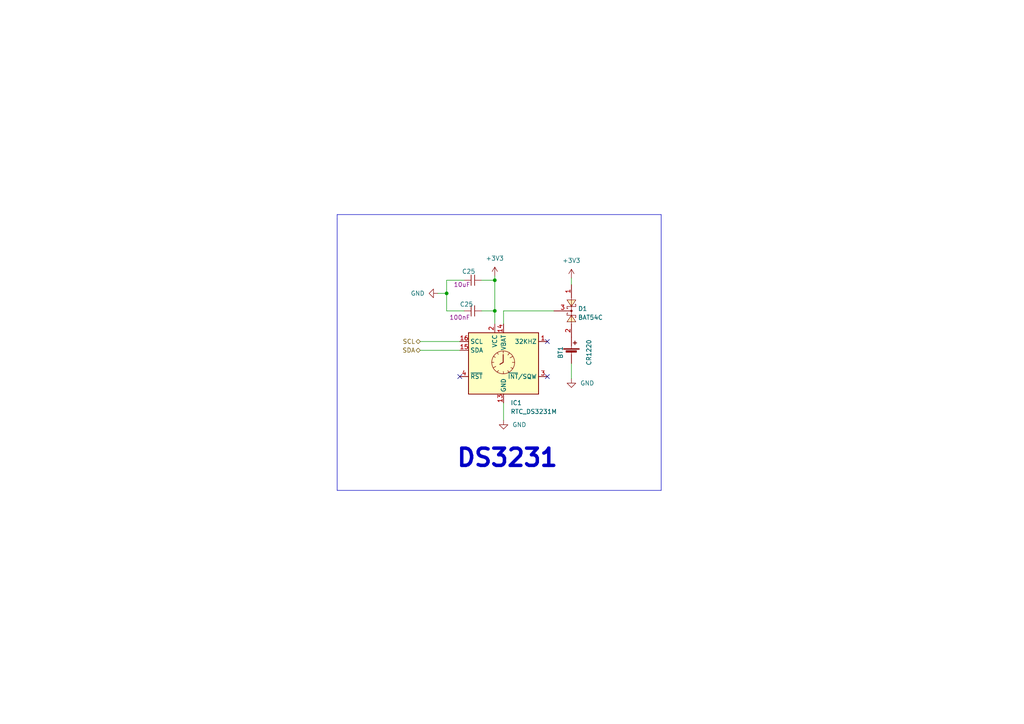
<source format=kicad_sch>
(kicad_sch (version 20230121) (generator eeschema)
  (paper "A4")
  (lib_symbols
    (symbol "Device:Battery_Cell" (pin_numbers hide) (pin_names (offset 0) hide)
      (property "Reference" "BT" (at 2.54 2.54 0))
      (property "Value" "Battery_Cell" (at 2.54 0 0))
      (symbol "Battery_Cell_0_1"
        (rectangle (start -2.286 1.778) (end 2.286 1.524) (fill (type outline)))
        (rectangle (start -1.5748 1.1938) (end 1.4732 0.6858) (fill (type outline)))
        (polyline (pts (xy 0 0.762) (xy 0 0)))
        (polyline (pts (xy 0 1.778) (xy 0 2.54)))
        (polyline (pts (xy 0.508 3.429) (xy 1.524 3.429)) (stroke (width 0.254)))
        (polyline (pts (xy 1.016 3.937) (xy 1.016 2.921)) (stroke (width 0.254)))
      )
      (symbol "Battery_Cell_1_1"
        (pin passive line (at 0 5.08 270) (length 2.54) (name "+") (number "1"))
        (pin passive line (at 0 -2.54 90) (length 2.54) (name "-") (number "2"))
      )
    )
    (symbol "DienLIB:C_0603" (pin_numbers hide) (pin_names (offset 0.254) hide)
      (property "Reference" "C" (at 0.254 1.778 0))
      (symbol "C_0603_1_1"
        (polyline (pts (xy -1.524 -0.508) (xy 1.524 -0.508)) (stroke (width 0.2)))
        (polyline (pts (xy -1.524 0.508) (xy 1.524 0.508)) (stroke (width 0.2)))
        (pin passive line (at 0 2.54 270) (length 2.032) (name "~") (number "1"))
        (pin passive line (at 0 -2.54 90) (length 2.032) (name "~") (number "2"))
      )
    )
    (symbol "IVS_SYMBOLS:BAT54C" (pin_names (offset 1.016))
      (property "Reference" "D" (at 0.635 -3.81 0))
      (property "Value" "BAT54C" (at -6.35 3.175 0))
      (symbol "BAT54C_0_1"
        (polyline (pts (xy -1.905 0) (xy 1.905 0)))
        (polyline (pts (xy -1.905 1.27) (xy -1.905 1.016)))
        (polyline (pts (xy -1.27 -1.27) (xy -0.635 -1.27)))
        (polyline (pts (xy -1.27 0) (xy -3.81 0)))
        (polyline (pts (xy -1.27 1.27) (xy -1.905 1.27)))
        (polyline (pts (xy -1.27 1.27) (xy -1.27 -1.27)))
        (polyline (pts (xy -0.635 -1.27) (xy -0.635 -1.016)))
        (polyline (pts (xy 0.635 -1.27) (xy 0.635 -1.016)))
        (polyline (pts (xy 1.27 -1.27) (xy 0.635 -1.27)))
        (polyline (pts (xy 1.27 1.27) (xy 1.27 -1.27)))
        (polyline (pts (xy 1.27 1.27) (xy 1.905 1.27)))
        (polyline (pts (xy 1.905 1.27) (xy 1.905 1.016)))
        (polyline (pts (xy 3.81 0) (xy 1.27 0)))
        (circle (center 0 0) (radius 0.254) (fill (type outline)))
      )
      (symbol "BAT54C_1_1"
        (polyline (pts (xy -3.175 -1.27) (xy -3.175 1.27) (xy -1.27 0) (xy -3.175 -1.27)) (fill (type background)))
        (polyline (pts (xy 3.175 -1.27) (xy 3.175 1.27) (xy 1.27 0) (xy 3.175 -1.27)) (fill (type background)))
        (pin passive line (at -7.62 0 0) (length 3.81) (name "~") (number "1"))
        (pin passive line (at 7.62 0 180) (length 3.81) (name "~") (number "2"))
        (pin passive line (at 0 -5.08 90) (length 5.08) (name "~") (number "3"))
      )
    )
    (symbol "IVS_SYMBOL_DIR:RTC_DS3231M"
      (property "Reference" "IC" (at -7.62 8.89 0))
      (property "Value" "RTC_DS3231M" (at 6.985 -20.955 0))
      (symbol "RTC_DS3231M_0_1"
        (rectangle (start -10.16 7.62) (end 10.16 -10.16) (stroke (width 0.254)) (fill (type background)))
        (circle (center -0.1016 -0.9652) (radius 3.316))
        (polyline (pts (xy -3.4544 -0.9652) (xy -2.794 -0.9652)))
        (polyline (pts (xy -2.9972 -2.54) (xy -2.2352 -2.1336)))
        (polyline (pts (xy -2.8956 0.8128) (xy -2.3876 0.4572)))
        (polyline (pts (xy -1.8288 -3.7592) (xy -1.4732 -3.302)))
        (polyline (pts (xy -1.8288 1.8288) (xy -1.524 1.3716)))
        (polyline (pts (xy -0.1016 2.3368) (xy -0.1016 1.7272)))
        (polyline (pts (xy -0.0508 -3.6068) (xy -0.0508 -4.2672)))
        (polyline (pts (xy 1.2192 -3.3528) (xy 1.524 -3.81)))
        (polyline (pts (xy 1.27 1.1684) (xy 1.6764 1.7272)))
        (polyline (pts (xy 1.8796 0.3556) (xy 2.6416 0.762)))
        (polyline (pts (xy 2.1336 -2.4892) (xy 2.6924 -2.7432)))
        (polyline (pts (xy 2.54 -0.9652) (xy 3.2004 -0.9652)))
        (polyline (pts (xy -0.1016 1.3208) (xy -0.1016 -0.9652) (xy -1.0668 -1.524)) (stroke (width 0.254)))
      )
      (symbol "RTC_DS3231M_1_1"
        (pin open_collector line (at 12.7 5.08 180) (length 2.54) (name "32KHZ") (number "1"))
        (pin passive line (at 0 -12.7 90) (length 2.54) hide (name "GND") (number "10"))
        (pin passive line (at 0 -12.7 90) (length 2.54) hide (name "GND") (number "11"))
        (pin passive line (at 0 -12.7 90) (length 2.54) hide (name "GND") (number "12"))
        (pin power_in line (at 0 -12.7 90) (length 2.54) (name "GND") (number "13"))
        (pin power_in line (at 0 10.16 270) (length 2.54) (name "VBAT") (number "14"))
        (pin bidirectional line (at -12.7 2.54 0) (length 2.54) (name "SDA") (number "15"))
        (pin input line (at -12.7 5.08 0) (length 2.54) (name "SCL") (number "16"))
        (pin power_in line (at -2.54 10.16 270) (length 2.54) (name "VCC") (number "2"))
        (pin open_collector line (at 12.7 -5.08 180) (length 2.54) (name "~{INT}/SQW") (number "3"))
        (pin bidirectional line (at -12.7 -5.08 0) (length 2.54) (name "~{RST}") (number "4"))
        (pin passive line (at 0 -12.7 90) (length 2.54) hide (name "GND") (number "5"))
        (pin passive line (at 0 -12.7 90) (length 2.54) hide (name "GND") (number "6"))
        (pin passive line (at 0 -12.7 90) (length 2.54) hide (name "GND") (number "7"))
        (pin passive line (at 0 -12.7 90) (length 2.54) hide (name "GND") (number "8"))
        (pin passive line (at 0 -12.7 90) (length 2.54) hide (name "GND") (number "9"))
      )
    )
    (symbol "power:+3V3" (power) (pin_names (offset 0))
      (property "Value" "+3V3" (at 0 3.556 0))
      (symbol "+3V3_0_1"
        (polyline (pts (xy -0.762 1.27) (xy 0 2.54)))
        (polyline (pts (xy 0 0) (xy 0 2.54)))
        (polyline (pts (xy 0 2.54) (xy 0.762 1.27)))
      )
      (symbol "+3V3_1_1"
        (pin power_in line (at 0 0 90) (length 0) hide (name "+3V3") (number "1"))
      )
    )
    (symbol "power:GND" (power) (pin_names (offset 0))
      (property "Value" "GND" (at 0 -3.81 0))
      (symbol "GND_0_1"
        (polyline (pts (xy 0 0) (xy 0 -1.27) (xy 1.27 -1.27) (xy 0 -2.54) (xy -1.27 -1.27) (xy 0 -1.27)))
      )
      (symbol "GND_1_1"
        (pin power_in line (at 0 0 270) (length 0) hide (name "GND") (number "1"))
      )
    )
  )
  (junction (at 129.54 85.09))
  (junction (at 143.51 90.17))
  (junction (at 143.51 81.28))
  (no_connect (at 133.35 109.22))
  (no_connect (at 158.75 99.06))
  (no_connect (at 158.75 109.22))
  (wire (pts (xy 165.735 109.855) (xy 165.735 105.41)))
  (wire (pts (xy 121.92 99.06) (xy 133.35 99.06)))
  (wire (pts (xy 143.51 81.28) (xy 143.51 90.17)))
  (wire (pts (xy 146.05 90.17) (xy 160.655 90.17)))
  (wire (pts (xy 129.54 85.09) (xy 129.54 90.17)))
  (polyline (pts (xy 97.79 62.23) (xy 97.79 63.5)))
  (wire (pts (xy 165.735 80.645) (xy 165.735 82.55)))
  (wire (pts (xy 121.92 101.6) (xy 133.35 101.6)))
  (wire (pts (xy 139.7 81.28) (xy 143.51 81.28)))
  (wire (pts (xy 146.05 90.17) (xy 146.05 93.98)))
  (polyline (pts (xy 191.77 142.24) (xy 191.77 62.23)))
  (wire (pts (xy 127 85.09) (xy 129.54 85.09)))
  (polyline (pts (xy 191.77 62.23) (xy 97.79 62.23)))
  (wire (pts (xy 139.7 90.17) (xy 143.51 90.17)))
  (wire (pts (xy 129.54 90.17) (xy 134.62 90.17)))
  (wire (pts (xy 146.05 121.92) (xy 146.05 116.84)))
  (polyline (pts (xy 97.79 63.5) (xy 97.79 142.24)))
  (wire (pts (xy 129.54 81.28) (xy 129.54 85.09)))
  (wire (pts (xy 129.54 81.28) (xy 134.62 81.28)))
  (wire (pts (xy 143.51 90.17) (xy 143.51 93.98)))
  (polyline (pts (xy 97.79 142.24) (xy 191.77 142.24)))
  (wire (pts (xy 143.51 80.01) (xy 143.51 81.28)))
  (text "DS3231\n" (at 132.08 135.89 0) (effects (font (size 5 5) bold) (justify left bottom)))
  (hierarchical_label "SDA" (shape bidirectional) (at 121.92 101.6 180))
  (hierarchical_label "SCL" (shape bidirectional) (at 121.92 99.06 180))
  (symbol (lib_id "DienLIB:C_0603") (at 137.16 90.17 270) (unit 1)
    (property "Reference" "C25" (at 133.35 88.265 90) (effects (justify left)))
    (property "Value" "100nF_50V" (effects hide))
    (property "Footprint" "DienLIB:C_0603" (effects hide))
    (property "symbol" "100nF" (at 133.35 92.075 90))
    (instances (project "gateway" (path "" (reference "C25") (unit 1)) (path "" (reference "C2") (unit 1))))
  )
  (symbol (lib_id "power:+3V3") (at 143.51 80.01 0) (unit 1)
    (property "Reference" "#PWR058" (effects hide))
    (property "Value" "+3V3" (at 143.51 74.93 0))
    (instances (project "dongtam" (path "" (reference "#PWR058") (unit 1))) (project "gateway" (path "" (reference "#PWR02") (unit 1))))
  )
  (symbol (lib_id "Device:Battery_Cell") (at 165.735 102.87 0) (unit 1)
    (property "Reference" "BT1" (at 162.56 102.235 90))
    (property "Value" "CR1220" (at 170.815 102.235 90))
    (property "Footprint" "IVS_FOOTPRINTS:BatteryHolder_CR1220" (effects hide))
  )
  (symbol (lib_id "IVS_SYMBOLS:BAT54C") (at 165.735 90.17 270) (unit 1)
    (property "Reference" "D1" (at 167.64 89.535 90) (effects (justify left)))
    (property "Value" "BAT54C" (at 167.64 92.075 90) (effects (justify left)))
    (property "Footprint" "IVS_FOOTPRINTS:SOT23-3" (effects hide))
    (property "Datasheet" "http://www.diodes.com/_files/datasheets/ds11005.pdf" (effects hide))
  )
  (symbol (lib_id "power:GND") (at 146.05 121.92 0) (unit 1)
    (property "Reference" "#PWR059" (effects hide))
    (property "Value" "GND" (at 148.59 123.1899 0) (effects (justify left)))
    (instances (project "dongtam" (path "" (reference "#PWR059") (unit 1))) (project "gateway" (path "" (reference "#PWR03") (unit 1))))
  )
  (symbol (lib_id "IVS_SYMBOL_DIR:RTC_DS3231M") (at 146.05 104.14 0) (unit 1)
    (property "Reference" "IC1" (at 148.0694 116.84 0) (effects (justify left)))
    (property "Value" "RTC_DS3231M" (at 148.0694 119.38 0) (effects (justify left)))
    (property "Footprint" "DienLIB:SOIC-16W_7.5x10.3mm_P1.27mm" (effects hide))
    (property "Datasheet" "http://datasheets.maximintegrated.com/en/ds/DS3231.pdf" (effects hide))
    (property "Thegioiic_Buylink" "https://www.thegioiic.com/ds3231sn-ic-rtc-clock-calendar-16-soic" (effects hide))
    (property "ICDAYROI_Buylink" "https://icdayroi.com/ds3231n" (effects hide))
    (property "Digikey_Buylink" "https://www.digikey.com/en/products/detail/analog-devices-inc-maxim-integrated/DS3231M-TRL/2402421" (effects hide))
  )
  (symbol (lib_id "power:GND") (at 127 85.09 270) (unit 1)
    (property "Reference" "#PWR057" (effects hide))
    (property "Value" "GND" (at 123.19 85.0899 90) (effects (justify right)))
    (instances (project "dongtam" (path "" (reference "#PWR057") (unit 1))) (project "gateway" (path "" (reference "#PWR01") (unit 1))))
  )
  (symbol (lib_id "power:+3V3") (at 165.735 80.645 0) (unit 1)
    (property "Reference" "#PWR060" (effects hide))
    (property "Value" "+3V3" (at 165.735 75.565 0))
    (instances (project "dongtam" (path "" (reference "#PWR060") (unit 1))) (project "gateway" (path "" (reference "#PWR04") (unit 1))))
  )
  (symbol (lib_id "DienLIB:C_0603") (at 137.16 81.28 270) (unit 1)
    (property "Reference" "C25" (at 133.985 78.74 90) (effects (justify left)))
    (property "Value" "10uF_50V" (effects hide))
    (property "Footprint" "DienLIB:C_0603" (effects hide))
    (property "symbol" "10uF" (at 133.985 82.55 90))
    (instances (project "gateway" (path "" (reference "C25") (unit 1)) (path "" (reference "C1") (unit 1))))
  )
  (symbol (lib_id "power:GND") (at 165.735 109.855 0) (unit 1)
    (property "Reference" "#PWR059" (effects hide))
    (property "Value" "GND" (at 168.275 111.1249 0) (effects (justify left)))
    (instances (project "dongtam" (path "" (reference "#PWR059") (unit 1))) (project "gateway" (path "" (reference "#PWR051") (unit 1))))
  )
)
</source>
